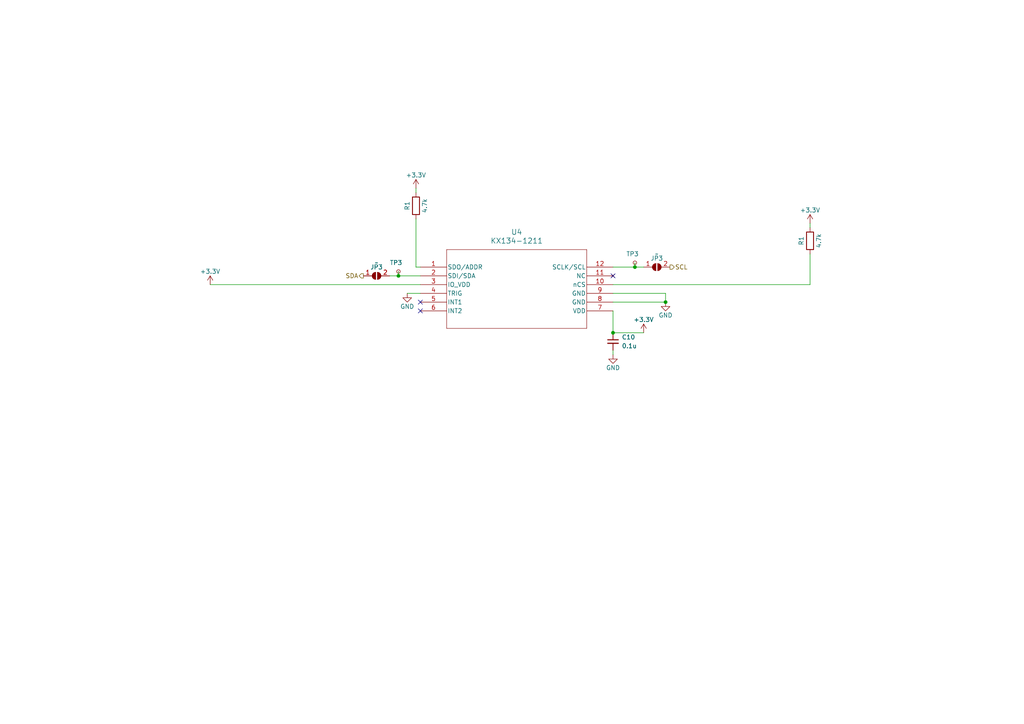
<source format=kicad_sch>
(kicad_sch (version 20230121) (generator eeschema)
  (paper "A4")
  (lib_symbols
    (symbol "Connector:TestPoint_Small" (pin_numbers hide) (pin_names (offset 0.762) hide)
      (property "Reference" "TP" (at 0 3.81 0))
      (property "Value" "TestPoint_Small" (at 0 2.032 0))
      (symbol "TestPoint_Small_0_1"
        (circle (center 0 0) (radius 0.508))
      )
      (symbol "TestPoint_Small_1_1"
        (pin passive line (at 0 0 90) (length 0) (name "1") (number "1"))
      )
    )
    (symbol "Device:C_Small" (pin_numbers hide) (pin_names (offset 0.254) hide)
      (property "Reference" "C" (at 0.254 1.778 0))
      (property "Value" "C_Small" (at 0.254 -2.032 0))
      (symbol "C_Small_0_1"
        (polyline (pts (xy -1.524 -0.508) (xy 1.524 -0.508)) (stroke (width 0.3302)))
        (polyline (pts (xy -1.524 0.508) (xy 1.524 0.508)) (stroke (width 0.3048)))
      )
      (symbol "C_Small_1_1"
        (pin passive line (at 0 2.54 270) (length 2.032) (name "~") (number "1"))
        (pin passive line (at 0 -2.54 90) (length 2.032) (name "~") (number "2"))
      )
    )
    (symbol "Device:R" (pin_numbers hide) (pin_names (offset 0))
      (property "Reference" "R" (at 2.032 0 90))
      (property "Value" "R" (at 0 0 90))
      (symbol "R_0_1"
        (rectangle (start -1.016 -2.54) (end 1.016 2.54) (stroke (width 0.254)))
      )
      (symbol "R_1_1"
        (pin passive line (at 0 3.81 270) (length 1.27) (name "~") (number "1"))
        (pin passive line (at 0 -3.81 90) (length 1.27) (name "~") (number "2"))
      )
    )
    (symbol "Jumper:SolderJumper_2_Open" (pin_names (offset 0) hide)
      (property "Reference" "JP" (at 0 2.032 0))
      (property "Value" "SolderJumper_2_Open" (at 0 -2.54 0))
      (symbol "SolderJumper_2_Open_0_1"
        (arc (start -0.254 1.016) (mid -1.2656 0) (end -0.254 -1.016))
        (arc (start -0.254 1.016) (mid -1.2656 0) (end -0.254 -1.016) (fill (type outline)))
        (polyline (pts (xy -0.254 1.016) (xy -0.254 -1.016)))
        (polyline (pts (xy 0.254 1.016) (xy 0.254 -1.016)))
        (arc (start 0.254 -1.016) (mid 1.2656 0) (end 0.254 1.016))
        (arc (start 0.254 -1.016) (mid 1.2656 0) (end 0.254 1.016) (fill (type outline)))
      )
      (symbol "SolderJumper_2_Open_1_1"
        (pin passive line (at -3.81 0 0) (length 2.54) (name "A") (number "1"))
        (pin passive line (at 3.81 0 180) (length 2.54) (name "B") (number "2"))
      )
    )
    (symbol "KX134-1211:KX134-1211" (pin_names (offset 0.254))
      (property "Reference" "U" (at 27.94 10.16 0))
      (property "Value" "KX134-1211" (at 27.94 7.62 0))
      (symbol "KX134-1211_0_1"
        (polyline (pts (xy 7.62 -17.78) (xy 48.26 -17.78)) (stroke (width 0.127)))
        (polyline (pts (xy 7.62 5.08) (xy 7.62 -17.78)) (stroke (width 0.127)))
        (polyline (pts (xy 48.26 -17.78) (xy 48.26 5.08)) (stroke (width 0.127)))
        (polyline (pts (xy 48.26 5.08) (xy 7.62 5.08)) (stroke (width 0.127)))
        (pin bidirectional line (at 0 0 0) (length 7.62) (name "SDO/ADDR") (number "1"))
        (pin input line (at 55.88 -5.08 180) (length 7.62) (name "nCS") (number "10"))
        (pin no_connect line (at 55.88 -2.54 180) (length 7.62) (name "NC") (number "11"))
        (pin input line (at 55.88 0 180) (length 7.62) (name "SCLK/SCL") (number "12"))
        (pin bidirectional line (at 0 -2.54 0) (length 7.62) (name "SDI/SDA") (number "2"))
        (pin power_in line (at 0 -5.08 0) (length 7.62) (name "IO_VDD") (number "3"))
        (pin input line (at 0 -7.62 0) (length 7.62) (name "TRIG") (number "4"))
        (pin output line (at 0 -10.16 0) (length 7.62) (name "INT1") (number "5"))
        (pin output line (at 0 -12.7 0) (length 7.62) (name "INT2") (number "6"))
        (pin power_in line (at 55.88 -12.7 180) (length 7.62) (name "VDD") (number "7"))
        (pin power_out line (at 55.88 -10.16 180) (length 7.62) (name "GND") (number "8"))
        (pin power_out line (at 55.88 -7.62 180) (length 7.62) (name "GND") (number "9"))
      )
    )
    (symbol "power:+3.3V" (power) (pin_names (offset 0))
      (property "Value" "+3.3V" (at 0 3.556 0))
      (symbol "+3.3V_0_1"
        (polyline (pts (xy -0.762 1.27) (xy 0 2.54)))
        (polyline (pts (xy 0 0) (xy 0 2.54)))
        (polyline (pts (xy 0 2.54) (xy 0.762 1.27)))
      )
      (symbol "+3.3V_1_1"
        (pin power_in line (at 0 0 90) (length 0) hide (name "+3.3V") (number "1"))
      )
    )
    (symbol "power:GND" (power) (pin_names (offset 0))
      (property "Value" "GND" (at 0 -3.81 0))
      (symbol "GND_0_1"
        (polyline (pts (xy 0 0) (xy 0 -1.27) (xy 1.27 -1.27) (xy 0 -2.54) (xy -1.27 -1.27) (xy 0 -1.27)))
      )
      (symbol "GND_1_1"
        (pin power_in line (at 0 0 270) (length 0) hide (name "GND") (number "1"))
      )
    )
  )
  (junction (at 115.57 80.01))
  (junction (at 184.15 77.47))
  (junction (at 193.04 87.63))
  (junction (at 177.8 96.52))
  (no_connect (at 177.8 80.01))
  (no_connect (at 121.92 90.17))
  (no_connect (at 121.92 87.63))
  (wire (pts (xy 60.96 82.55) (xy 121.92 82.55)))
  (wire (pts (xy 177.8 87.63) (xy 193.04 87.63)))
  (wire (pts (xy 120.65 77.47) (xy 121.92 77.47)))
  (wire (pts (xy 120.65 54.61) (xy 120.65 55.88)))
  (wire (pts (xy 177.8 77.47) (xy 184.15 77.47)))
  (wire (pts (xy 184.15 76.2) (xy 184.15 77.47)))
  (wire (pts (xy 177.8 90.17) (xy 177.8 96.52)))
  (wire (pts (xy 184.15 77.47) (xy 186.69 77.47)))
  (wire (pts (xy 193.04 87.63) (xy 193.04 85.09)))
  (wire (pts (xy 113.03 80.01) (xy 115.57 80.01)))
  (wire (pts (xy 115.57 80.01) (xy 121.92 80.01)))
  (wire (pts (xy 193.04 85.09) (xy 177.8 85.09)))
  (wire (pts (xy 118.11 85.09) (xy 121.92 85.09)))
  (wire (pts (xy 177.8 101.6) (xy 177.8 102.87)))
  (wire (pts (xy 120.65 63.5) (xy 120.65 77.47)))
  (wire (pts (xy 177.8 82.55) (xy 234.95 82.55)))
  (wire (pts (xy 115.57 78.74) (xy 115.57 80.01)))
  (wire (pts (xy 234.95 73.66) (xy 234.95 82.55)))
  (wire (pts (xy 234.95 64.77) (xy 234.95 66.04)))
  (wire (pts (xy 177.8 96.52) (xy 186.69 96.52)))
  (hierarchical_label "SDA" (shape output) (at 105.41 80.01 180))
  (hierarchical_label "SCL" (shape output) (at 194.31 77.47 0))
  (symbol (lib_id "power:+3.3V") (at 120.65 54.61 0) (unit 1)
    (property "Reference" "#PWR019" (effects hide))
    (property "Value" "+3.3V" (at 120.65 50.8 0))
    (instances (project "Flight_Computer_V2" (path "" (reference "#PWR019") (unit 1)) (path "" (reference "#PWR012") (unit 1))) (project "STM32F405RGT6" (path "" (reference "#PWR019") (unit 1))) (project "avionics_flight_computer" (path "" (reference "#PWR019") (unit 1))))
  )
  (symbol (lib_id "Connector:TestPoint_Small") (at 115.57 78.74 0) (unit 1)
    (property "Reference" "TP3" (at 113.03 76.2 0) (effects (justify left)))
    (property "Value" "TestPoint_Small" (effects hide))
    (instances (project "Flight_Computer_V2" (path "" (reference "TP3") (unit 1)) (path "" (reference "TP4") (unit 1)) (path "" (reference "TP12") (unit 1)) (path "" (reference "TP13") (unit 1)) (path "" (reference "TP14") (unit 1)) (path "" (reference "TP15") (unit 1)) (path "" (reference "TP27") (unit 1))))
  )
  (symbol (lib_id "power:GND") (at 118.11 85.09 0) (unit 1)
    (property "Reference" "#PWR03" (effects hide))
    (property "Value" "GND" (at 118.11 88.9 0))
    (instances (project "Flight_Computer_V2" (path "" (reference "#PWR03") (unit 1)) (path "" (reference "#PWR07") (unit 1))) (project "STM32F405RGT6" (path "" (reference "#PWR03") (unit 1))) (project "avionics_flight_computer" (path "" (reference "#PWR03") (unit 1))))
  )
  (symbol (lib_id "Jumper:SolderJumper_2_Open") (at 109.22 80.01 0) (unit 1)
    (property "Reference" "JP3" (at 109.22 77.47 0))
    (property "Value" "~" (at 109.22 76.2 0))
    (instances (project "Flight_Computer_V2" (path "" (reference "JP3") (unit 1)) (path "" (reference "JP4") (unit 1)) (path "" (reference "JP14") (unit 1)) (path "" (reference "JP15") (unit 1)) (path "" (reference "JP16") (unit 1)) (path "" (reference "JP17") (unit 1)) (path "" (reference "JP29") (unit 1))))
  )
  (symbol (lib_id "Jumper:SolderJumper_2_Open") (at 190.5 77.47 0) (unit 1)
    (property "Reference" "JP3" (at 190.5 74.93 0))
    (property "Value" "~" (at 190.5 73.66 0))
    (instances (project "Flight_Computer_V2" (path "" (reference "JP3") (unit 1)) (path "" (reference "JP4") (unit 1)) (path "" (reference "JP14") (unit 1)) (path "" (reference "JP15") (unit 1)) (path "" (reference "JP16") (unit 1)) (path "" (reference "JP17") (unit 1)) (path "" (reference "JP28") (unit 1))))
  )
  (symbol (lib_id "power:+3.3V") (at 60.96 82.55 0) (unit 1)
    (property "Reference" "#PWR019" (effects hide))
    (property "Value" "+3.3V" (at 60.96 78.74 0))
    (instances (project "Flight_Computer_V2" (path "" (reference "#PWR019") (unit 1)) (path "" (reference "#PWR06") (unit 1))) (project "STM32F405RGT6" (path "" (reference "#PWR019") (unit 1))) (project "avionics_flight_computer" (path "" (reference "#PWR019") (unit 1))))
  )
  (symbol (lib_id "power:+3.3V") (at 186.69 96.52 0) (unit 1)
    (property "Reference" "#PWR019" (effects hide))
    (property "Value" "+3.3V" (at 186.69 92.71 0))
    (instances (project "Flight_Computer_V2" (path "" (reference "#PWR019") (unit 1)) (path "" (reference "#PWR04") (unit 1))) (project "STM32F405RGT6" (path "" (reference "#PWR019") (unit 1))) (project "avionics_flight_computer" (path "" (reference "#PWR019") (unit 1))))
  )
  (symbol (lib_id "Device:R") (at 234.95 69.85 180) (unit 1)
    (property "Reference" "R1" (at 232.41 69.85 90))
    (property "Value" "4.7k" (at 237.49 69.85 90))
    (instances (project "Flight_Computer_V2" (path "" (reference "R1") (unit 1)) (path "" (reference "R9") (unit 1))) (project "STM32F405RGT6" (path "" (reference "R1") (unit 1))) (project "avionics_flight_computer" (path "" (reference "R1") (unit 1))))
  )
  (symbol (lib_id "Device:R") (at 120.65 59.69 180) (unit 1)
    (property "Reference" "R1" (at 118.11 59.69 90))
    (property "Value" "4.7k" (at 123.19 59.69 90))
    (instances (project "Flight_Computer_V2" (path "" (reference "R1") (unit 1)) (path "" (reference "R8") (unit 1))) (project "STM32F405RGT6" (path "" (reference "R1") (unit 1))) (project "avionics_flight_computer" (path "" (reference "R1") (unit 1))))
  )
  (symbol (lib_id "power:+3.3V") (at 234.95 64.77 0) (unit 1)
    (property "Reference" "#PWR019" (effects hide))
    (property "Value" "+3.3V" (at 234.95 60.96 0))
    (instances (project "Flight_Computer_V2" (path "" (reference "#PWR019") (unit 1)) (path "" (reference "#PWR024") (unit 1))) (project "STM32F405RGT6" (path "" (reference "#PWR019") (unit 1))) (project "avionics_flight_computer" (path "" (reference "#PWR019") (unit 1))))
  )
  (symbol (lib_id "power:GND") (at 177.8 102.87 0) (unit 1)
    (property "Reference" "#PWR03" (effects hide))
    (property "Value" "GND" (at 177.8 106.68 0))
    (instances (project "Flight_Computer_V2" (path "" (reference "#PWR03") (unit 1)) (path "" (reference "#PWR025") (unit 1))) (project "STM32F405RGT6" (path "" (reference "#PWR03") (unit 1))) (project "avionics_flight_computer" (path "" (reference "#PWR03") (unit 1))))
  )
  (symbol (lib_id "Connector:TestPoint_Small") (at 184.15 76.2 0) (unit 1)
    (property "Reference" "TP3" (at 181.61 73.66 0) (effects (justify left)))
    (property "Value" "TestPoint_Small" (effects hide))
    (instances (project "Flight_Computer_V2" (path "" (reference "TP3") (unit 1)) (path "" (reference "TP4") (unit 1)) (path "" (reference "TP12") (unit 1)) (path "" (reference "TP13") (unit 1)) (path "" (reference "TP14") (unit 1)) (path "" (reference "TP15") (unit 1)) (path "" (reference "TP26") (unit 1))))
  )
  (symbol (lib_id "KX134-1211:KX134-1211") (at 121.92 77.47 0) (unit 1)
    (property "Reference" "U4" (at 149.86 67.31 0) (effects (font (size 1.524 1.524))))
    (property "Value" "KX134-1211" (at 149.86 69.85 0) (effects (font (size 1.524 1.524))))
    (property "Footprint" "LGA12_2X2X0P9_ROM" (effects hide))
    (property "Datasheet" "KX134-1211" (effects hide))
  )
  (symbol (lib_id "Device:C_Small") (at 177.8 99.06 0) (unit 1)
    (property "Reference" "C10" (at 180.34 97.7963 0) (effects (justify left)))
    (property "Value" "0.1u" (at 180.34 100.3363 0) (effects (justify left)))
  )
  (symbol (lib_id "power:GND") (at 193.04 87.63 0) (unit 1)
    (property "Reference" "#PWR03" (effects hide))
    (property "Value" "GND" (at 193.04 91.44 0))
    (instances (project "Flight_Computer_V2" (path "" (reference "#PWR03") (unit 1)) (path "" (reference "#PWR02") (unit 1))) (project "STM32F405RGT6" (path "" (reference "#PWR03") (unit 1))) (project "avionics_flight_computer" (path "" (reference "#PWR03") (unit 1))))
  )
)
</source>
